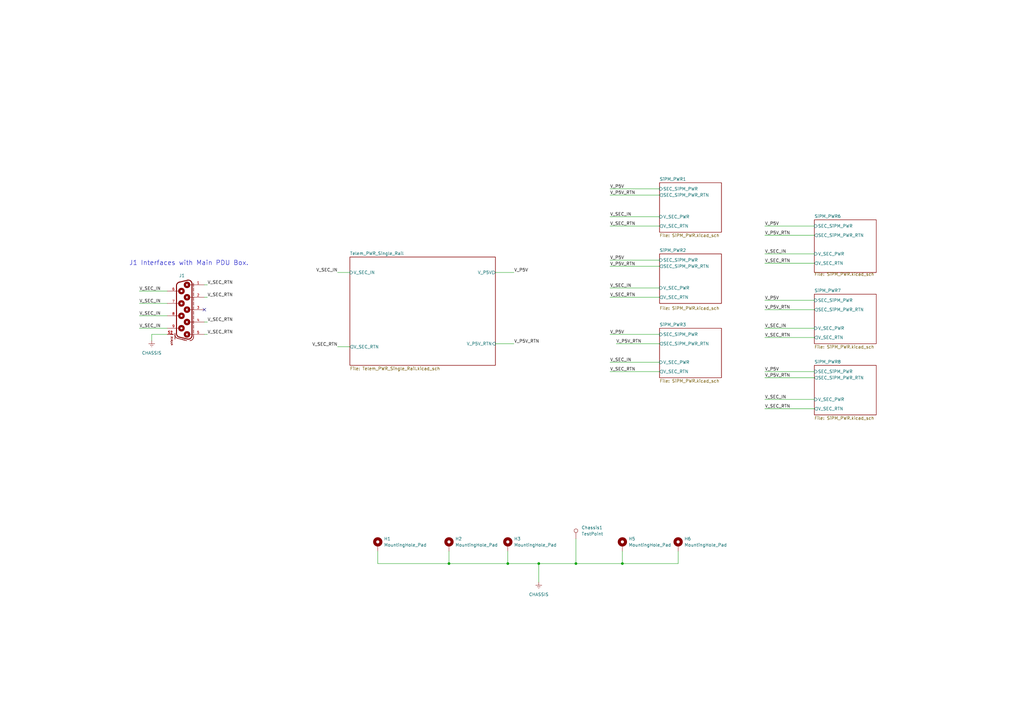
<source format=kicad_sch>
(kicad_sch
	(version 20250114)
	(generator "eeschema")
	(generator_version "9.0")
	(uuid "f2c49594-1e47-411f-9b00-fc1877130d98")
	(paper "A3")
	(lib_symbols
		(symbol "Connector:TestPoint"
			(pin_numbers
				(hide yes)
			)
			(pin_names
				(offset 0.762)
				(hide yes)
			)
			(exclude_from_sim no)
			(in_bom yes)
			(on_board yes)
			(property "Reference" "TP"
				(at 0 6.858 0)
				(effects
					(font
						(size 1.27 1.27)
					)
				)
			)
			(property "Value" "TestPoint"
				(at 0 5.08 0)
				(effects
					(font
						(size 1.27 1.27)
					)
				)
			)
			(property "Footprint" ""
				(at 5.08 0 0)
				(effects
					(font
						(size 1.27 1.27)
					)
					(hide yes)
				)
			)
			(property "Datasheet" "~"
				(at 5.08 0 0)
				(effects
					(font
						(size 1.27 1.27)
					)
					(hide yes)
				)
			)
			(property "Description" "test point"
				(at 0 0 0)
				(effects
					(font
						(size 1.27 1.27)
					)
					(hide yes)
				)
			)
			(property "ki_keywords" "test point tp"
				(at 0 0 0)
				(effects
					(font
						(size 1.27 1.27)
					)
					(hide yes)
				)
			)
			(property "ki_fp_filters" "Pin* Test*"
				(at 0 0 0)
				(effects
					(font
						(size 1.27 1.27)
					)
					(hide yes)
				)
			)
			(symbol "TestPoint_0_1"
				(circle
					(center 0 3.302)
					(radius 0.762)
					(stroke
						(width 0)
						(type default)
					)
					(fill
						(type none)
					)
				)
			)
			(symbol "TestPoint_1_1"
				(pin passive line
					(at 0 0 90)
					(length 2.54)
					(name "1"
						(effects
							(font
								(size 1.27 1.27)
							)
						)
					)
					(number "1"
						(effects
							(font
								(size 1.27 1.27)
							)
						)
					)
				)
			)
			(embedded_fonts no)
		)
		(symbol "Mechanical:MountingHole_Pad"
			(pin_numbers
				(hide yes)
			)
			(pin_names
				(offset 1.016)
				(hide yes)
			)
			(exclude_from_sim yes)
			(in_bom no)
			(on_board yes)
			(property "Reference" "H"
				(at 0 6.35 0)
				(effects
					(font
						(size 1.27 1.27)
					)
				)
			)
			(property "Value" "MountingHole_Pad"
				(at 0 4.445 0)
				(effects
					(font
						(size 1.27 1.27)
					)
				)
			)
			(property "Footprint" ""
				(at 0 0 0)
				(effects
					(font
						(size 1.27 1.27)
					)
					(hide yes)
				)
			)
			(property "Datasheet" "~"
				(at 0 0 0)
				(effects
					(font
						(size 1.27 1.27)
					)
					(hide yes)
				)
			)
			(property "Description" "Mounting Hole with connection"
				(at 0 0 0)
				(effects
					(font
						(size 1.27 1.27)
					)
					(hide yes)
				)
			)
			(property "ki_keywords" "mounting hole"
				(at 0 0 0)
				(effects
					(font
						(size 1.27 1.27)
					)
					(hide yes)
				)
			)
			(property "ki_fp_filters" "MountingHole*Pad*"
				(at 0 0 0)
				(effects
					(font
						(size 1.27 1.27)
					)
					(hide yes)
				)
			)
			(symbol "MountingHole_Pad_0_1"
				(circle
					(center 0 1.27)
					(radius 1.27)
					(stroke
						(width 1.27)
						(type default)
					)
					(fill
						(type none)
					)
				)
			)
			(symbol "MountingHole_Pad_1_1"
				(pin input line
					(at 0 -2.54 90)
					(length 2.54)
					(name "1"
						(effects
							(font
								(size 1.27 1.27)
							)
						)
					)
					(number "1"
						(effects
							(font
								(size 1.27 1.27)
							)
						)
					)
				)
			)
			(embedded_fonts no)
		)
		(symbol "Wurth_Elektronik:6180XX231221_618009231221"
			(pin_names
				(offset 1.016)
			)
			(exclude_from_sim no)
			(in_bom yes)
			(on_board yes)
			(property "Reference" "J"
				(at 13.78 1.66 0)
				(effects
					(font
						(size 1.27 1.27)
					)
					(justify left bottom)
				)
			)
			(property "Value" "618009231221"
				(at 0 0 0)
				(effects
					(font
						(size 1.27 1.27)
					)
					(justify bottom)
					(hide yes)
				)
			)
			(property "Footprint" "Wurth_Elektronik:618009231221"
				(at 0 0 0)
				(effects
					(font
						(size 1.27 1.27)
					)
					(justify bottom)
					(hide yes)
				)
			)
			(property "Datasheet" "https://www.we-online.com/components/products/datasheet/618009231221.pdf"
				(at 0 0 0)
				(effects
					(font
						(size 1.27 1.27)
					)
					(hide yes)
				)
			)
			(property "Description" "9 Position D-Sub Receptale, Female Sockets Connector"
				(at 0 0 0)
				(effects
					(font
						(size 1.27 1.27)
					)
					(hide yes)
				)
			)
			(property "Manufacturer" "Wurth Electronics"
				(at 0 0 0)
				(effects
					(font
						(size 1.27 1.27)
					)
					(justify bottom)
					(hide yes)
				)
			)
			(property "Description_1" "09 pins, right angled, 8.08mm, with hex screw"
				(at 0 0 0)
				(effects
					(font
						(size 1.27 1.27)
					)
					(justify bottom)
					(hide yes)
				)
			)
			(property "Package" "None"
				(at 0 0 0)
				(effects
					(font
						(size 1.27 1.27)
					)
					(justify bottom)
					(hide yes)
				)
			)
			(property "Purchase-URL" "https://www.snapeda.com/api/url_track_click_mouser/?unipart_id=604355&manufacturer=Wurth Electronics&part_name=618009231221&search_term=618009231221"
				(at 0 0 0)
				(effects
					(font
						(size 1.27 1.27)
					)
					(justify bottom)
					(hide yes)
				)
			)
			(property "GENDER" "Male"
				(at 0 0 0)
				(effects
					(font
						(size 1.27 1.27)
					)
					(justify bottom)
					(hide yes)
				)
			)
			(property "Price" "None"
				(at 0 0 0)
				(effects
					(font
						(size 1.27 1.27)
					)
					(justify bottom)
					(hide yes)
				)
			)
			(property "PART-NUMBER" "618009231221"
				(at 0 0 0)
				(effects
					(font
						(size 1.27 1.27)
					)
					(justify bottom)
					(hide yes)
				)
			)
			(property "SnapEDA_Link" "https://www.snapeda.com/parts/618009231221/Wurth+Electronics/view-part/?ref=snap"
				(at 0 0 0)
				(effects
					(font
						(size 1.27 1.27)
					)
					(justify bottom)
					(hide yes)
				)
			)
			(property "DATASHEET-URL" "https://www.we-online.com/redexpert/spec/618009231221?ae"
				(at 0 0 0)
				(effects
					(font
						(size 1.27 1.27)
					)
					(justify bottom)
					(hide yes)
				)
			)
			(property "Man. Part Num" "618009231221"
				(at 0 0 0)
				(effects
					(font
						(size 1.27 1.27)
					)
					(justify bottom)
					(hide yes)
				)
			)
			(property "WORKING-VOLTAGE" "125 V(AC)"
				(at 0 0 0)
				(effects
					(font
						(size 1.27 1.27)
					)
					(justify bottom)
					(hide yes)
				)
			)
			(property "PINS" "9"
				(at 0 0 0)
				(effects
					(font
						(size 1.27 1.27)
					)
					(justify bottom)
					(hide yes)
				)
			)
			(property "WE-NUMBER" "618009231221"
				(at 0 0 0)
				(effects
					(font
						(size 1.27 1.27)
					)
					(justify bottom)
					(hide yes)
				)
			)
			(property "TYPE" "Angled"
				(at 0 0 0)
				(effects
					(font
						(size 1.27 1.27)
					)
					(justify bottom)
					(hide yes)
				)
			)
			(property "Availability" "In Stock"
				(at 0 0 0)
				(effects
					(font
						(size 1.27 1.27)
					)
					(justify bottom)
					(hide yes)
				)
			)
			(property "Check_prices" "https://www.snapeda.com/parts/618009231221/Wurth+Electronics/view-part/?ref=eda"
				(at 0 0 0)
				(effects
					(font
						(size 1.27 1.27)
					)
					(justify bottom)
					(hide yes)
				)
			)
			(property "Distributor" "Digi-Key"
				(at 0 0 0)
				(effects
					(font
						(size 1.27 1.27)
					)
					(hide yes)
				)
			)
			(property "Dist. Part Num" "732-618009231221-ND"
				(at 0 0 0)
				(effects
					(font
						(size 1.27 1.27)
					)
					(hide yes)
				)
			)
			(property "Part Type" "Through Hole"
				(at 0 0 0)
				(effects
					(font
						(size 1.27 1.27)
					)
					(hide yes)
				)
			)
			(property "Notes" ""
				(at 0 0 0)
				(effects
					(font
						(size 1.27 1.27)
					)
					(hide yes)
				)
			)
			(symbol "6180XX231221_618009231221_0_0"
				(polyline
					(pts
						(xy -11.2729 -2.6548) (xy -12.0642 0.6952)
					)
					(stroke
						(width 0.4064)
						(type default)
					)
					(fill
						(type none)
					)
				)
				(polyline
					(pts
						(xy -10.795 3.175) (xy -9.4305 3.175)
					)
					(stroke
						(width 0.254)
						(type default)
					)
					(fill
						(type none)
					)
				)
				(polyline
					(pts
						(xy -10.6044 2.54) (xy 10.6044 2.54)
					)
					(stroke
						(width 0.4064)
						(type default)
					)
					(fill
						(type none)
					)
				)
				(arc
					(start -12.0642 0.6952)
					(mid -11.7806 1.9708)
					(end -10.6044 2.54)
					(stroke
						(width 0.4064)
						(type default)
					)
					(fill
						(type none)
					)
				)
				(polyline
					(pts
						(xy -10.16 2.58) (xy -10.16 0.4)
					)
					(stroke
						(width 0.1524)
						(type default)
					)
					(fill
						(type none)
					)
				)
				(circle
					(center -10.16 0.508)
					(radius 0.4318)
					(stroke
						(width 0.9144)
						(type default)
					)
					(fill
						(type none)
					)
				)
				(circle
					(center -10.16 0.508)
					(radius 0.762)
					(stroke
						(width 0.254)
						(type default)
					)
					(fill
						(type none)
					)
				)
				(arc
					(start -9.8131 -3.81)
					(mid -10.7439 -3.4862)
					(end -11.2729 -2.6548)
					(stroke
						(width 0.4064)
						(type default)
					)
					(fill
						(type none)
					)
				)
				(polyline
					(pts
						(xy -8.89 3.175) (xy -7.5255 3.175)
					)
					(stroke
						(width 0.254)
						(type default)
					)
					(fill
						(type none)
					)
				)
				(circle
					(center -7.62 -1.778)
					(radius 0.4318)
					(stroke
						(width 0.9144)
						(type default)
					)
					(fill
						(type none)
					)
				)
				(circle
					(center -7.62 -1.778)
					(radius 0.762)
					(stroke
						(width 0.254)
						(type default)
					)
					(fill
						(type none)
					)
				)
				(polyline
					(pts
						(xy -6.985 3.175) (xy -5.6205 3.175)
					)
					(stroke
						(width 0.254)
						(type default)
					)
					(fill
						(type none)
					)
				)
				(polyline
					(pts
						(xy -5.08 3.175) (xy -3.7155 3.175)
					)
					(stroke
						(width 0.254)
						(type default)
					)
					(fill
						(type none)
					)
				)
				(polyline
					(pts
						(xy -5.08 2.58) (xy -5.08 0.4)
					)
					(stroke
						(width 0.1524)
						(type default)
					)
					(fill
						(type none)
					)
				)
				(circle
					(center -5.08 0.508)
					(radius 0.4318)
					(stroke
						(width 0.9144)
						(type default)
					)
					(fill
						(type none)
					)
				)
				(circle
					(center -5.08 0.508)
					(radius 0.762)
					(stroke
						(width 0.254)
						(type default)
					)
					(fill
						(type none)
					)
				)
				(polyline
					(pts
						(xy -3.175 3.175) (xy -1.8105 3.175)
					)
					(stroke
						(width 0.254)
						(type default)
					)
					(fill
						(type none)
					)
				)
				(circle
					(center -2.54 -1.778)
					(radius 0.4318)
					(stroke
						(width 0.9144)
						(type default)
					)
					(fill
						(type none)
					)
				)
				(circle
					(center -2.54 -1.778)
					(radius 0.762)
					(stroke
						(width 0.254)
						(type default)
					)
					(fill
						(type none)
					)
				)
				(polyline
					(pts
						(xy -1.27 3.175) (xy 0.0945 3.175)
					)
					(stroke
						(width 0.254)
						(type default)
					)
					(fill
						(type none)
					)
				)
				(polyline
					(pts
						(xy 0 2.58) (xy 0 0.4)
					)
					(stroke
						(width 0.1524)
						(type default)
					)
					(fill
						(type none)
					)
				)
				(circle
					(center 0 0.508)
					(radius 0.4318)
					(stroke
						(width 0.9144)
						(type default)
					)
					(fill
						(type none)
					)
				)
				(circle
					(center 0 0.508)
					(radius 0.762)
					(stroke
						(width 0.254)
						(type default)
					)
					(fill
						(type none)
					)
				)
				(polyline
					(pts
						(xy 0.635 3.175) (xy 1.9996 3.175)
					)
					(stroke
						(width 0.254)
						(type default)
					)
					(fill
						(type none)
					)
				)
				(polyline
					(pts
						(xy 2.54 3.175) (xy 3.9046 3.175)
					)
					(stroke
						(width 0.254)
						(type default)
					)
					(fill
						(type none)
					)
				)
				(circle
					(center 2.54 -1.778)
					(radius 0.4318)
					(stroke
						(width 0.9144)
						(type default)
					)
					(fill
						(type none)
					)
				)
				(circle
					(center 2.54 -1.778)
					(radius 0.762)
					(stroke
						(width 0.254)
						(type default)
					)
					(fill
						(type none)
					)
				)
				(polyline
					(pts
						(xy 4.445 3.175) (xy 5.8096 3.175)
					)
					(stroke
						(width 0.254)
						(type default)
					)
					(fill
						(type none)
					)
				)
				(polyline
					(pts
						(xy 5.08 2.58) (xy 5.08 0.4)
					)
					(stroke
						(width 0.1524)
						(type default)
					)
					(fill
						(type none)
					)
				)
				(circle
					(center 5.08 0.508)
					(radius 0.4318)
					(stroke
						(width 0.9144)
						(type default)
					)
					(fill
						(type none)
					)
				)
				(circle
					(center 5.08 0.508)
					(radius 0.762)
					(stroke
						(width 0.254)
						(type default)
					)
					(fill
						(type none)
					)
				)
				(polyline
					(pts
						(xy 6.35 3.175) (xy 7.7146 3.175)
					)
					(stroke
						(width 0.254)
						(type default)
					)
					(fill
						(type none)
					)
				)
				(circle
					(center 7.62 -1.778)
					(radius 0.4318)
					(stroke
						(width 0.9144)
						(type default)
					)
					(fill
						(type none)
					)
				)
				(circle
					(center 7.62 -1.778)
					(radius 0.762)
					(stroke
						(width 0.254)
						(type default)
					)
					(fill
						(type none)
					)
				)
				(polyline
					(pts
						(xy 8.255 3.175) (xy 9.6196 3.175)
					)
					(stroke
						(width 0.254)
						(type default)
					)
					(fill
						(type none)
					)
				)
				(arc
					(start 11.2729 -2.6548)
					(mid 10.7439 -3.4863)
					(end 9.8131 -3.81)
					(stroke
						(width 0.4064)
						(type default)
					)
					(fill
						(type none)
					)
				)
				(polyline
					(pts
						(xy 9.8131 -3.81) (xy -9.8131 -3.81)
					)
					(stroke
						(width 0.4064)
						(type default)
					)
					(fill
						(type none)
					)
				)
				(polyline
					(pts
						(xy 10.16 3.175) (xy 11.2 3.175)
					)
					(stroke
						(width 0.254)
						(type default)
					)
					(fill
						(type none)
					)
				)
				(polyline
					(pts
						(xy 10.16 2.58) (xy 10.16 0.4)
					)
					(stroke
						(width 0.1524)
						(type default)
					)
					(fill
						(type none)
					)
				)
				(circle
					(center 10.16 0.508)
					(radius 0.4318)
					(stroke
						(width 0.9144)
						(type default)
					)
					(fill
						(type none)
					)
				)
				(circle
					(center 10.16 0.508)
					(radius 0.762)
					(stroke
						(width 0.254)
						(type default)
					)
					(fill
						(type none)
					)
				)
				(polyline
					(pts
						(xy 10.16 -4.445) (xy 10.16 -4.445)
					)
					(stroke
						(width 0.254)
						(type default)
					)
					(fill
						(type none)
					)
				)
				(polyline
					(pts
						(xy 10.16 -6.35) (xy 10.16 -5.08)
					)
					(stroke
						(width 0.254)
						(type default)
					)
					(fill
						(type none)
					)
				)
				(polyline
					(pts
						(xy 10.2 -4.44) (xy 9.6938 -4.44)
					)
					(stroke
						(width 0.254)
						(type default)
					)
					(fill
						(type none)
					)
				)
				(arc
					(start 11.7841 -3.3038)
					(mid 11.2519 -4.1219)
					(end 10.3288 -4.44)
					(stroke
						(width 0.254)
						(type default)
					)
					(fill
						(type none)
					)
				)
				(arc
					(start 10.6044 2.54)
					(mid 11.7804 1.9707)
					(end 12.0642 0.6952)
					(stroke
						(width 0.4064)
						(type default)
					)
					(fill
						(type none)
					)
				)
				(arc
					(start 11.2 3.175)
					(mid 12.2607 2.7357)
					(end 12.7 1.675)
					(stroke
						(width 0.254)
						(type default)
					)
					(fill
						(type none)
					)
				)
				(polyline
					(pts
						(xy 11.7841 -3.3038) (xy 12.546 -0.256)
					)
					(stroke
						(width 0.254)
						(type default)
					)
					(fill
						(type none)
					)
				)
				(polyline
					(pts
						(xy 12.0642 0.6952) (xy 11.2729 -2.6548)
					)
					(stroke
						(width 0.4064)
						(type default)
					)
					(fill
						(type none)
					)
				)
				(polyline
					(pts
						(xy 12.105 -4.44) (xy 10.3288 -4.44)
					)
					(stroke
						(width 0.254)
						(type default)
					)
					(fill
						(type none)
					)
				)
				(polyline
					(pts
						(xy 12.2461 -1.4557) (xy 12.7 0.36)
					)
					(stroke
						(width 0.254)
						(type default)
					)
					(fill
						(type none)
					)
				)
				(text "shield"
					(at 10.9 -5.32 0)
					(effects
						(font
							(size 0.8128 0.8128)
						)
						(justify left bottom)
					)
				)
				(pin bidirectional line
					(at -10.16 7.62 270)
					(length 5.08)
					(name "~"
						(effects
							(font
								(size 1.016 1.016)
							)
						)
					)
					(number "1"
						(effects
							(font
								(size 1.016 1.016)
							)
						)
					)
				)
				(pin bidirectional line
					(at -7.62 -7.62 90)
					(length 5.08)
					(name "~"
						(effects
							(font
								(size 1.016 1.016)
							)
						)
					)
					(number "6"
						(effects
							(font
								(size 1.016 1.016)
							)
						)
					)
				)
				(pin bidirectional line
					(at -5.08 7.62 270)
					(length 5.08)
					(name "~"
						(effects
							(font
								(size 1.016 1.016)
							)
						)
					)
					(number "2"
						(effects
							(font
								(size 1.016 1.016)
							)
						)
					)
				)
				(pin bidirectional line
					(at -2.54 -7.62 90)
					(length 5.08)
					(name "~"
						(effects
							(font
								(size 1.016 1.016)
							)
						)
					)
					(number "7"
						(effects
							(font
								(size 1.016 1.016)
							)
						)
					)
				)
				(pin bidirectional line
					(at 0 7.62 270)
					(length 5.08)
					(name "~"
						(effects
							(font
								(size 1.016 1.016)
							)
						)
					)
					(number "3"
						(effects
							(font
								(size 1.016 1.016)
							)
						)
					)
				)
				(pin bidirectional line
					(at 2.54 -7.62 90)
					(length 5.08)
					(name "~"
						(effects
							(font
								(size 1.016 1.016)
							)
						)
					)
					(number "8"
						(effects
							(font
								(size 1.016 1.016)
							)
						)
					)
				)
				(pin bidirectional line
					(at 5.08 7.62 270)
					(length 5.08)
					(name "~"
						(effects
							(font
								(size 1.016 1.016)
							)
						)
					)
					(number "4"
						(effects
							(font
								(size 1.016 1.016)
							)
						)
					)
				)
				(pin bidirectional line
					(at 7.62 -7.62 90)
					(length 5.08)
					(name "~"
						(effects
							(font
								(size 1.016 1.016)
							)
						)
					)
					(number "9"
						(effects
							(font
								(size 1.016 1.016)
							)
						)
					)
				)
				(pin bidirectional line
					(at 10.16 7.62 270)
					(length 5.08)
					(name "~"
						(effects
							(font
								(size 1.016 1.016)
							)
						)
					)
					(number "5"
						(effects
							(font
								(size 1.016 1.016)
							)
						)
					)
				)
				(pin bidirectional line
					(at 10.16 -7.62 90)
					(length 2.54)
					(name "~"
						(effects
							(font
								(size 1.016 1.016)
							)
						)
					)
					(number "S1"
						(effects
							(font
								(size 1.016 1.016)
							)
						)
					)
				)
				(pin bidirectional line
					(at 10.16 -7.62 90)
					(length 2.54)
					(name "~"
						(effects
							(font
								(size 1.016 1.016)
							)
						)
					)
					(number "S2"
						(effects
							(font
								(size 1.016 1.016)
							)
						)
					)
				)
			)
			(embedded_fonts no)
		)
		(symbol "power:Earth"
			(power)
			(pin_numbers
				(hide yes)
			)
			(pin_names
				(offset 0)
				(hide yes)
			)
			(exclude_from_sim no)
			(in_bom yes)
			(on_board yes)
			(property "Reference" "#PWR"
				(at 0 -6.35 0)
				(effects
					(font
						(size 1.27 1.27)
					)
					(hide yes)
				)
			)
			(property "Value" "Earth"
				(at 0 -3.81 0)
				(effects
					(font
						(size 1.27 1.27)
					)
				)
			)
			(property "Footprint" ""
				(at 0 0 0)
				(effects
					(font
						(size 1.27 1.27)
					)
					(hide yes)
				)
			)
			(property "Datasheet" "~"
				(at 0 0 0)
				(effects
					(font
						(size 1.27 1.27)
					)
					(hide yes)
				)
			)
			(property "Description" "Power symbol creates a global label with name \"Earth\""
				(at 0 0 0)
				(effects
					(font
						(size 1.27 1.27)
					)
					(hide yes)
				)
			)
			(property "ki_keywords" "global ground gnd"
				(at 0 0 0)
				(effects
					(font
						(size 1.27 1.27)
					)
					(hide yes)
				)
			)
			(symbol "Earth_0_1"
				(polyline
					(pts
						(xy -0.635 -1.905) (xy 0.635 -1.905)
					)
					(stroke
						(width 0)
						(type default)
					)
					(fill
						(type none)
					)
				)
				(polyline
					(pts
						(xy -0.127 -2.54) (xy 0.127 -2.54)
					)
					(stroke
						(width 0)
						(type default)
					)
					(fill
						(type none)
					)
				)
				(polyline
					(pts
						(xy 0 -1.27) (xy 0 0)
					)
					(stroke
						(width 0)
						(type default)
					)
					(fill
						(type none)
					)
				)
				(polyline
					(pts
						(xy 1.27 -1.27) (xy -1.27 -1.27)
					)
					(stroke
						(width 0)
						(type default)
					)
					(fill
						(type none)
					)
				)
			)
			(symbol "Earth_1_1"
				(pin power_in line
					(at 0 0 270)
					(length 0)
					(name "~"
						(effects
							(font
								(size 1.27 1.27)
							)
						)
					)
					(number "1"
						(effects
							(font
								(size 1.27 1.27)
							)
						)
					)
				)
			)
			(embedded_fonts no)
		)
	)
	(text "J1 Interfaces with Main PDU Box."
		(exclude_from_sim no)
		(at 77.47 107.95 0)
		(effects
			(font
				(size 1.905 1.905)
			)
		)
		(uuid "a665198a-87e3-4013-a885-c7cb4d938800")
	)
	(junction
		(at 236.22 231.14)
		(diameter 0)
		(color 0 0 0 0)
		(uuid "0d7bc46b-47a5-40ad-bc0c-f6f040ef35a7")
	)
	(junction
		(at 220.98 231.14)
		(diameter 0)
		(color 0 0 0 0)
		(uuid "1e0897e6-75cd-4c5c-91ee-6a3a46fc89bb")
	)
	(junction
		(at 255.27 231.14)
		(diameter 0)
		(color 0 0 0 0)
		(uuid "28b9c0df-23bc-4f72-a65e-26a2a0bf8fa7")
	)
	(junction
		(at 184.15 231.14)
		(diameter 0)
		(color 0 0 0 0)
		(uuid "3af17922-9233-46a4-a3c4-58dda12bd0de")
	)
	(junction
		(at 208.28 231.14)
		(diameter 0)
		(color 0 0 0 0)
		(uuid "da247320-36fa-499b-a2f2-b6072e13e306")
	)
	(no_connect
		(at 83.82 127)
		(uuid "9e0dc0b6-0426-489a-8c5f-b06c1cb328ad")
	)
	(wire
		(pts
			(xy 255.27 226.06) (xy 255.27 231.14)
		)
		(stroke
			(width 0)
			(type default)
		)
		(uuid "08ef14ab-a740-42b5-bfce-0787cb9b0b70")
	)
	(wire
		(pts
			(xy 250.19 80.01) (xy 270.51 80.01)
		)
		(stroke
			(width 0)
			(type default)
		)
		(uuid "1171a2fb-113c-4639-8869-42b719b76acd")
	)
	(wire
		(pts
			(xy 250.19 106.68) (xy 270.51 106.68)
		)
		(stroke
			(width 0)
			(type default)
		)
		(uuid "1b1566b6-da3d-46a1-81c8-180156d3116f")
	)
	(wire
		(pts
			(xy 184.15 226.06) (xy 184.15 231.14)
		)
		(stroke
			(width 0)
			(type default)
		)
		(uuid "1d59c888-d25f-4bae-aa82-05c7783d3308")
	)
	(wire
		(pts
			(xy 250.19 118.11) (xy 270.51 118.11)
		)
		(stroke
			(width 0)
			(type default)
		)
		(uuid "2336d2da-0cb4-457e-b46a-9516913f7989")
	)
	(wire
		(pts
			(xy 313.69 104.14) (xy 334.01 104.14)
		)
		(stroke
			(width 0)
			(type default)
		)
		(uuid "24fefc99-bdcf-431f-97d7-6e554f6b659e")
	)
	(wire
		(pts
			(xy 313.69 92.71) (xy 334.01 92.71)
		)
		(stroke
			(width 0)
			(type default)
		)
		(uuid "3469fcc8-d2f8-4181-969f-5211d371b8ca")
	)
	(wire
		(pts
			(xy 313.69 96.52) (xy 334.01 96.52)
		)
		(stroke
			(width 0)
			(type default)
		)
		(uuid "41c8e9b3-5a37-44c2-97a1-ddd1329e9d3d")
	)
	(wire
		(pts
			(xy 220.98 231.14) (xy 236.22 231.14)
		)
		(stroke
			(width 0)
			(type default)
		)
		(uuid "424d96f4-ee27-4a76-98cd-925d76fd03ab")
	)
	(wire
		(pts
			(xy 83.82 121.92) (xy 85.09 121.92)
		)
		(stroke
			(width 0)
			(type default)
		)
		(uuid "458d12dc-38bb-40b9-aaac-a1d50c17870c")
	)
	(wire
		(pts
			(xy 278.13 231.14) (xy 255.27 231.14)
		)
		(stroke
			(width 0)
			(type default)
		)
		(uuid "49bc454a-5e9a-4a48-9b5b-b9c7068d4d73")
	)
	(wire
		(pts
			(xy 313.69 167.64) (xy 334.01 167.64)
		)
		(stroke
			(width 0)
			(type default)
		)
		(uuid "4a49f055-cdca-4b08-a8e0-99079f38f114")
	)
	(wire
		(pts
			(xy 250.19 121.92) (xy 270.51 121.92)
		)
		(stroke
			(width 0)
			(type default)
		)
		(uuid "5118e220-616c-454c-a178-ba08eb9043a0")
	)
	(wire
		(pts
			(xy 68.58 137.16) (xy 62.23 137.16)
		)
		(stroke
			(width 0)
			(type default)
		)
		(uuid "58f33612-1b24-4dac-9bf8-7b9dc806ef31")
	)
	(wire
		(pts
			(xy 313.69 127) (xy 334.01 127)
		)
		(stroke
			(width 0)
			(type default)
		)
		(uuid "591b23b8-1f3d-420e-a328-98da43846634")
	)
	(wire
		(pts
			(xy 203.2 140.97) (xy 210.82 140.97)
		)
		(stroke
			(width 0)
			(type default)
		)
		(uuid "5a592035-d65d-44be-a20c-bddfb04ff006")
	)
	(wire
		(pts
			(xy 313.69 134.62) (xy 334.01 134.62)
		)
		(stroke
			(width 0)
			(type default)
		)
		(uuid "68e0029f-bc53-495b-938b-ccd89be9b7f2")
	)
	(wire
		(pts
			(xy 313.69 138.43) (xy 334.01 138.43)
		)
		(stroke
			(width 0)
			(type default)
		)
		(uuid "699f6f3d-926b-45e9-9e89-1de0095dd661")
	)
	(wire
		(pts
			(xy 313.69 163.83) (xy 334.01 163.83)
		)
		(stroke
			(width 0)
			(type default)
		)
		(uuid "74f7b62a-8825-4ae0-8d08-6c9c43950446")
	)
	(wire
		(pts
			(xy 83.82 137.16) (xy 85.09 137.16)
		)
		(stroke
			(width 0)
			(type default)
		)
		(uuid "7753fd5f-49f9-431d-a0c6-7c1a19a2342a")
	)
	(wire
		(pts
			(xy 57.15 124.46) (xy 68.58 124.46)
		)
		(stroke
			(width 0)
			(type default)
		)
		(uuid "781d84b1-8057-4dfe-b7ff-f2243225dfba")
	)
	(wire
		(pts
			(xy 208.28 226.06) (xy 208.28 231.14)
		)
		(stroke
			(width 0)
			(type default)
		)
		(uuid "7e7b652d-b629-4f93-b58f-debe7ec3c556")
	)
	(wire
		(pts
			(xy 57.15 119.38) (xy 68.58 119.38)
		)
		(stroke
			(width 0)
			(type default)
		)
		(uuid "804f5220-145a-4b0c-9cab-6a589d63655c")
	)
	(wire
		(pts
			(xy 252.73 140.97) (xy 270.51 140.97)
		)
		(stroke
			(width 0)
			(type default)
		)
		(uuid "824f2b25-5adb-4af1-b731-02b5a4d0be06")
	)
	(wire
		(pts
			(xy 313.69 154.94) (xy 334.01 154.94)
		)
		(stroke
			(width 0)
			(type default)
		)
		(uuid "858113f3-33bf-4322-bfcb-4bb9625ee11f")
	)
	(wire
		(pts
			(xy 250.19 109.22) (xy 270.51 109.22)
		)
		(stroke
			(width 0)
			(type default)
		)
		(uuid "88852a04-a93e-4128-b3b0-78bd7bebd2fd")
	)
	(wire
		(pts
			(xy 138.43 111.76) (xy 143.51 111.76)
		)
		(stroke
			(width 0)
			(type default)
		)
		(uuid "8fe74576-a52b-4ad5-b051-5cba93e236d0")
	)
	(wire
		(pts
			(xy 313.69 152.4) (xy 334.01 152.4)
		)
		(stroke
			(width 0)
			(type default)
		)
		(uuid "a048acbf-f3a4-420d-bc09-58f6d7208db1")
	)
	(wire
		(pts
			(xy 313.69 123.19) (xy 334.01 123.19)
		)
		(stroke
			(width 0)
			(type default)
		)
		(uuid "a0e5ca14-5d50-4bfa-b9ae-bd6e52882e9e")
	)
	(wire
		(pts
			(xy 138.43 142.24) (xy 143.51 142.24)
		)
		(stroke
			(width 0)
			(type default)
		)
		(uuid "a2cb3a14-6738-423f-88bf-3223a59b9e55")
	)
	(wire
		(pts
			(xy 83.82 116.84) (xy 85.09 116.84)
		)
		(stroke
			(width 0)
			(type default)
		)
		(uuid "a63f3764-9e8a-45d4-9256-bde9a1accd50")
	)
	(wire
		(pts
			(xy 184.15 231.14) (xy 154.94 231.14)
		)
		(stroke
			(width 0)
			(type default)
		)
		(uuid "a7ad891c-c8de-4c4e-95b1-03ee968ffbdb")
	)
	(wire
		(pts
			(xy 220.98 231.14) (xy 220.98 238.76)
		)
		(stroke
			(width 0)
			(type default)
		)
		(uuid "ab8ff203-2696-4962-aa10-7e68a65defb7")
	)
	(wire
		(pts
			(xy 57.15 129.54) (xy 68.58 129.54)
		)
		(stroke
			(width 0)
			(type default)
		)
		(uuid "b8a0191c-df8a-42c5-9533-6fcb60d2220a")
	)
	(wire
		(pts
			(xy 62.23 137.16) (xy 62.23 139.7)
		)
		(stroke
			(width 0)
			(type default)
		)
		(uuid "bdd97f2b-f714-488b-ab29-4a14d9dbd875")
	)
	(wire
		(pts
			(xy 236.22 231.14) (xy 255.27 231.14)
		)
		(stroke
			(width 0)
			(type default)
		)
		(uuid "bef1e86e-9789-4765-9d2f-93d26f379911")
	)
	(wire
		(pts
			(xy 278.13 226.06) (xy 278.13 231.14)
		)
		(stroke
			(width 0)
			(type default)
		)
		(uuid "c1b90c68-eb23-453d-8f28-9d764fd68e93")
	)
	(wire
		(pts
			(xy 208.28 231.14) (xy 184.15 231.14)
		)
		(stroke
			(width 0)
			(type default)
		)
		(uuid "c49db05d-a43c-4abe-aafd-768262f43e59")
	)
	(wire
		(pts
			(xy 203.2 111.76) (xy 210.82 111.76)
		)
		(stroke
			(width 0)
			(type default)
		)
		(uuid "cb359113-1b48-47f2-948f-bb2f8bea5917")
	)
	(wire
		(pts
			(xy 250.19 152.4) (xy 270.51 152.4)
		)
		(stroke
			(width 0)
			(type default)
		)
		(uuid "cbb3c6c6-2e18-4733-b700-65d0c2731ea2")
	)
	(wire
		(pts
			(xy 250.19 92.71) (xy 270.51 92.71)
		)
		(stroke
			(width 0)
			(type default)
		)
		(uuid "d179bb95-74cf-4dfc-a06c-914b6c03de08")
	)
	(wire
		(pts
			(xy 250.19 77.47) (xy 270.51 77.47)
		)
		(stroke
			(width 0)
			(type default)
		)
		(uuid "d33b43eb-fb14-4025-99e2-bae0c035cec0")
	)
	(wire
		(pts
			(xy 57.15 134.62) (xy 68.58 134.62)
		)
		(stroke
			(width 0)
			(type default)
		)
		(uuid "d430c5bc-5db9-4179-88ab-d690b8620387")
	)
	(wire
		(pts
			(xy 236.22 220.98) (xy 236.22 231.14)
		)
		(stroke
			(width 0)
			(type default)
		)
		(uuid "d7806ae9-8df1-4166-ae3c-e5205995b906")
	)
	(wire
		(pts
			(xy 83.82 132.08) (xy 85.09 132.08)
		)
		(stroke
			(width 0)
			(type default)
		)
		(uuid "dd76966b-7078-4ac2-b44a-d0c4d70f9f16")
	)
	(wire
		(pts
			(xy 250.19 148.59) (xy 270.51 148.59)
		)
		(stroke
			(width 0)
			(type default)
		)
		(uuid "e097b477-c1ee-4cdd-aa3f-0d8f8759e640")
	)
	(wire
		(pts
			(xy 250.19 88.9) (xy 270.51 88.9)
		)
		(stroke
			(width 0)
			(type default)
		)
		(uuid "e22b4225-f532-46fc-80e6-34e7d1f450fd")
	)
	(wire
		(pts
			(xy 220.98 231.14) (xy 208.28 231.14)
		)
		(stroke
			(width 0)
			(type default)
		)
		(uuid "e62ec31c-054c-43b9-b6a3-d256d741273c")
	)
	(wire
		(pts
			(xy 154.94 231.14) (xy 154.94 226.06)
		)
		(stroke
			(width 0)
			(type default)
		)
		(uuid "e8327d02-4b7a-40f3-86f4-9e75f82d6633")
	)
	(wire
		(pts
			(xy 313.69 107.95) (xy 334.01 107.95)
		)
		(stroke
			(width 0)
			(type default)
		)
		(uuid "eec0f3e9-2c41-4dbe-8258-cd04c87213d9")
	)
	(wire
		(pts
			(xy 250.19 137.16) (xy 270.51 137.16)
		)
		(stroke
			(width 0)
			(type default)
		)
		(uuid "fa93d2ba-1157-4697-b42e-74d882c244af")
	)
	(label "V_P5V_RTN"
		(at 313.69 96.52 0)
		(effects
			(font
				(size 1.27 1.27)
			)
			(justify left bottom)
		)
		(uuid "027a854b-45ab-4848-849d-82e040b178e9")
	)
	(label "V_P5V"
		(at 250.19 137.16 0)
		(effects
			(font
				(size 1.27 1.27)
			)
			(justify left bottom)
		)
		(uuid "041e8275-3985-4017-b00e-539ff9e4fbc5")
	)
	(label "V_P5V"
		(at 313.69 123.19 0)
		(effects
			(font
				(size 1.27 1.27)
			)
			(justify left bottom)
		)
		(uuid "0b99ba5c-bdfe-47ff-8757-8cc2ebf86ad0")
	)
	(label "V_SEC_RTN"
		(at 250.19 152.4 0)
		(effects
			(font
				(size 1.27 1.27)
			)
			(justify left bottom)
		)
		(uuid "0d1d00f6-46de-4429-a180-5f923fcb848f")
	)
	(label "V_SEC_IN"
		(at 57.15 134.62 0)
		(effects
			(font
				(size 1.27 1.27)
			)
			(justify left bottom)
		)
		(uuid "2674ac54-d6c5-4fab-a92a-6d71cbb25610")
	)
	(label "V_SEC_RTN"
		(at 85.09 137.16 0)
		(effects
			(font
				(size 1.27 1.27)
			)
			(justify left bottom)
		)
		(uuid "27f7ffc9-dee6-43f8-99ee-43d815d6a266")
	)
	(label "V_P5V"
		(at 210.82 111.76 0)
		(effects
			(font
				(size 1.27 1.27)
			)
			(justify left bottom)
		)
		(uuid "34d11d82-2011-4e4f-a51c-ecc6b4efb4b6")
	)
	(label "V_SEC_RTN"
		(at 85.09 132.08 0)
		(effects
			(font
				(size 1.27 1.27)
			)
			(justify left bottom)
		)
		(uuid "34d14efb-2362-450d-bdf5-58da87600238")
	)
	(label "V_SEC_RTN"
		(at 138.43 142.24 180)
		(effects
			(font
				(size 1.27 1.27)
			)
			(justify right bottom)
		)
		(uuid "3518e233-64ab-426e-a27b-046ca10d9ce5")
	)
	(label "V_P5V_RTN"
		(at 313.69 154.94 0)
		(effects
			(font
				(size 1.27 1.27)
			)
			(justify left bottom)
		)
		(uuid "357eee99-e5d2-4236-955c-bebef1a6351c")
	)
	(label "V_SEC_RTN"
		(at 313.69 107.95 0)
		(effects
			(font
				(size 1.27 1.27)
			)
			(justify left bottom)
		)
		(uuid "361d7d92-bbd9-4c61-afa0-788c18e0579e")
	)
	(label "V_SEC_RTN"
		(at 313.69 138.43 0)
		(effects
			(font
				(size 1.27 1.27)
			)
			(justify left bottom)
		)
		(uuid "4042ad50-35d7-4949-a907-0d5715cc36ec")
	)
	(label "V_SEC_RTN"
		(at 85.09 121.92 0)
		(effects
			(font
				(size 1.27 1.27)
			)
			(justify left bottom)
		)
		(uuid "4ee32c0c-2e7c-4adc-8fef-63a9a043a712")
	)
	(label "V_SEC_RTN"
		(at 313.69 167.64 0)
		(effects
			(font
				(size 1.27 1.27)
			)
			(justify left bottom)
		)
		(uuid "5e00f1cf-8093-4d4f-83b7-40961e43cf04")
	)
	(label "V_P5V"
		(at 313.69 92.71 0)
		(effects
			(font
				(size 1.27 1.27)
			)
			(justify left bottom)
		)
		(uuid "5ebc879d-6480-44f6-b78d-0949878d67cc")
	)
	(label "V_SEC_IN"
		(at 313.69 104.14 0)
		(effects
			(font
				(size 1.27 1.27)
			)
			(justify left bottom)
		)
		(uuid "60af1863-25db-4f1f-98f7-86a7b4ea5776")
	)
	(label "V_SEC_IN"
		(at 138.43 111.76 180)
		(effects
			(font
				(size 1.27 1.27)
			)
			(justify right bottom)
		)
		(uuid "6463f403-55f1-478e-8aa1-ea894733c8da")
	)
	(label "V_P5V_RTN"
		(at 250.19 80.01 0)
		(effects
			(font
				(size 1.27 1.27)
			)
			(justify left bottom)
		)
		(uuid "66ce5a1e-62ad-4258-b0bd-52847da22519")
	)
	(label "V_P5V_RTN"
		(at 210.82 140.97 0)
		(effects
			(font
				(size 1.27 1.27)
			)
			(justify left bottom)
		)
		(uuid "67b22652-a824-4b21-9cf9-8623a7d4ebbf")
	)
	(label "V_SEC_RTN"
		(at 85.09 116.84 0)
		(effects
			(font
				(size 1.27 1.27)
			)
			(justify left bottom)
		)
		(uuid "698f572f-dc77-42c8-a0f3-e3c00a498d7d")
	)
	(label "V_P5V"
		(at 250.19 106.68 0)
		(effects
			(font
				(size 1.27 1.27)
			)
			(justify left bottom)
		)
		(uuid "70a36d86-5abe-4472-8374-53af7235324f")
	)
	(label "V_P5V"
		(at 313.69 152.4 0)
		(effects
			(font
				(size 1.27 1.27)
			)
			(justify left bottom)
		)
		(uuid "7d68945c-3420-4381-b70d-af65fb1711ef")
	)
	(label "V_P5V_RTN"
		(at 313.69 127 0)
		(effects
			(font
				(size 1.27 1.27)
			)
			(justify left bottom)
		)
		(uuid "8b460f09-77ff-4c3f-9528-99003b6a778e")
	)
	(label "V_P5V"
		(at 250.19 77.47 0)
		(effects
			(font
				(size 1.27 1.27)
			)
			(justify left bottom)
		)
		(uuid "8d7ae63c-1be1-473c-b587-faf687c65e87")
	)
	(label "V_SEC_IN"
		(at 250.19 118.11 0)
		(effects
			(font
				(size 1.27 1.27)
			)
			(justify left bottom)
		)
		(uuid "8e2bb0f4-f325-4b5a-bcd9-cbdcc61b02b3")
	)
	(label "V_P5V_RTN"
		(at 250.19 109.22 0)
		(effects
			(font
				(size 1.27 1.27)
			)
			(justify left bottom)
		)
		(uuid "a3cbf717-9c44-4185-a50a-a5088942f9c9")
	)
	(label "V_SEC_IN"
		(at 313.69 163.83 0)
		(effects
			(font
				(size 1.27 1.27)
			)
			(justify left bottom)
		)
		(uuid "a4d377d6-e5ad-4ced-a104-7429e80c15f1")
	)
	(label "V_SEC_RTN"
		(at 250.19 121.92 0)
		(effects
			(font
				(size 1.27 1.27)
			)
			(justify left bottom)
		)
		(uuid "b24e33c1-51bd-44e6-8981-b33b9dd4499a")
	)
	(label "V_P5V_RTN"
		(at 252.73 140.97 0)
		(effects
			(font
				(size 1.27 1.27)
			)
			(justify left bottom)
		)
		(uuid "b7fb0cb9-6105-4582-93ca-426d43820068")
	)
	(label "V_SEC_IN"
		(at 250.19 148.59 0)
		(effects
			(font
				(size 1.27 1.27)
			)
			(justify left bottom)
		)
		(uuid "bfc73c00-ed97-4d9b-9959-01d546ffdd0d")
	)
	(label "V_SEC_IN"
		(at 57.15 129.54 0)
		(effects
			(font
				(size 1.27 1.27)
			)
			(justify left bottom)
		)
		(uuid "c80b3b7c-af69-4e78-a73b-28cbcb587c11")
	)
	(label "V_SEC_IN"
		(at 250.19 88.9 0)
		(effects
			(font
				(size 1.27 1.27)
			)
			(justify left bottom)
		)
		(uuid "c84fed0f-ab2b-4453-ab14-bbdda7526cb3")
	)
	(label "V_SEC_RTN"
		(at 250.19 92.71 0)
		(effects
			(font
				(size 1.27 1.27)
			)
			(justify left bottom)
		)
		(uuid "cf4dcf78-ddab-4744-8457-4246a40a495d")
	)
	(label "V_SEC_IN"
		(at 57.15 124.46 0)
		(effects
			(font
				(size 1.27 1.27)
			)
			(justify left bottom)
		)
		(uuid "d757320a-6605-4ffa-86ae-2bfdaa0555ad")
	)
	(label "V_SEC_IN"
		(at 57.15 119.38 0)
		(effects
			(font
				(size 1.27 1.27)
			)
			(justify left bottom)
		)
		(uuid "e82ec2ec-f5bf-4881-9b12-fe4a7607ea38")
	)
	(label "V_SEC_IN"
		(at 313.69 134.62 0)
		(effects
			(font
				(size 1.27 1.27)
			)
			(justify left bottom)
		)
		(uuid "ee9fdbec-fe39-49f9-b0a8-81b0fa1b7a27")
	)
	(symbol
		(lib_id "Mechanical:MountingHole_Pad")
		(at 184.15 223.52 0)
		(unit 1)
		(exclude_from_sim yes)
		(in_bom no)
		(on_board yes)
		(dnp no)
		(uuid "04ce13d6-6a7e-44e0-9b9b-be81e310dbd8")
		(property "Reference" "H2"
			(at 186.69 220.9799 0)
			(effects
				(font
					(size 1.27 1.27)
				)
				(justify left)
			)
		)
		(property "Value" "MountingHole_Pad"
			(at 186.69 223.5199 0)
			(effects
				(font
					(size 1.27 1.27)
				)
				(justify left)
			)
		)
		(property "Footprint" "MountingHole:MountingHole_3.2mm_M3_Pad"
			(at 184.15 223.52 0)
			(effects
				(font
					(size 1.27 1.27)
				)
				(hide yes)
			)
		)
		(property "Datasheet" "~"
			(at 184.15 223.52 0)
			(effects
				(font
					(size 1.27 1.27)
				)
				(hide yes)
			)
		)
		(property "Description" "Mounting Hole with connection"
			(at 184.15 223.52 0)
			(effects
				(font
					(size 1.27 1.27)
				)
				(hide yes)
			)
		)
		(pin "1"
			(uuid "8066294b-c501-4b39-bda7-a2b379ccf4d4")
		)
		(instances
			(project "Telem_PWR_Board"
				(path "/f2c49594-1e47-411f-9b00-fc1877130d98"
					(reference "H2")
					(unit 1)
				)
			)
		)
	)
	(symbol
		(lib_id "Mechanical:MountingHole_Pad")
		(at 208.28 223.52 0)
		(unit 1)
		(exclude_from_sim yes)
		(in_bom no)
		(on_board yes)
		(dnp no)
		(fields_autoplaced yes)
		(uuid "078d10a6-28c1-4fe8-beb8-692c16fdf3de")
		(property "Reference" "H3"
			(at 210.82 220.9799 0)
			(effects
				(font
					(size 1.27 1.27)
				)
				(justify left)
			)
		)
		(property "Value" "MountingHole_Pad"
			(at 210.82 223.5199 0)
			(effects
				(font
					(size 1.27 1.27)
				)
				(justify left)
			)
		)
		(property "Footprint" "MountingHole:MountingHole_3.2mm_M3_Pad"
			(at 208.28 223.52 0)
			(effects
				(font
					(size 1.27 1.27)
				)
				(hide yes)
			)
		)
		(property "Datasheet" "~"
			(at 208.28 223.52 0)
			(effects
				(font
					(size 1.27 1.27)
				)
				(hide yes)
			)
		)
		(property "Description" "Mounting Hole with connection"
			(at 208.28 223.52 0)
			(effects
				(font
					(size 1.27 1.27)
				)
				(hide yes)
			)
		)
		(pin "1"
			(uuid "904788b1-752b-49ca-b2e2-eff70cb8615a")
		)
		(instances
			(project "Telem_PWR_Board"
				(path "/f2c49594-1e47-411f-9b00-fc1877130d98"
					(reference "H3")
					(unit 1)
				)
			)
		)
	)
	(symbol
		(lib_id "power:Earth")
		(at 62.23 139.7 0)
		(unit 1)
		(exclude_from_sim no)
		(in_bom yes)
		(on_board yes)
		(dnp no)
		(fields_autoplaced yes)
		(uuid "3d3f7fcc-1b8a-4c0f-81aa-0c8b0207b29b")
		(property "Reference" "#PWR09"
			(at 62.23 146.05 0)
			(effects
				(font
					(size 1.27 1.27)
				)
				(hide yes)
			)
		)
		(property "Value" "CHASSIS"
			(at 62.23 144.78 0)
			(effects
				(font
					(size 1.27 1.27)
				)
			)
		)
		(property "Footprint" ""
			(at 62.23 139.7 0)
			(effects
				(font
					(size 1.27 1.27)
				)
				(hide yes)
			)
		)
		(property "Datasheet" "~"
			(at 62.23 139.7 0)
			(effects
				(font
					(size 1.27 1.27)
				)
				(hide yes)
			)
		)
		(property "Description" "Power symbol creates a global label with name \"Earth\""
			(at 62.23 139.7 0)
			(effects
				(font
					(size 1.27 1.27)
				)
				(hide yes)
			)
		)
		(pin "1"
			(uuid "b77160f8-ef95-4a9e-be06-d6d497f84d7a")
		)
		(instances
			(project "Telem_PWR_Board"
				(path "/f2c49594-1e47-411f-9b00-fc1877130d98"
					(reference "#PWR09")
					(unit 1)
				)
			)
		)
	)
	(symbol
		(lib_id "power:Earth")
		(at 220.98 238.76 0)
		(unit 1)
		(exclude_from_sim no)
		(in_bom yes)
		(on_board yes)
		(dnp no)
		(fields_autoplaced yes)
		(uuid "5e26f5b8-9b5d-4e9d-b323-5103bbb5bc0c")
		(property "Reference" "#PWR08"
			(at 220.98 245.11 0)
			(effects
				(font
					(size 1.27 1.27)
				)
				(hide yes)
			)
		)
		(property "Value" "CHASSIS"
			(at 220.98 243.84 0)
			(effects
				(font
					(size 1.27 1.27)
				)
			)
		)
		(property "Footprint" ""
			(at 220.98 238.76 0)
			(effects
				(font
					(size 1.27 1.27)
				)
				(hide yes)
			)
		)
		(property "Datasheet" "~"
			(at 220.98 238.76 0)
			(effects
				(font
					(size 1.27 1.27)
				)
				(hide yes)
			)
		)
		(property "Description" "Power symbol creates a global label with name \"Earth\""
			(at 220.98 238.76 0)
			(effects
				(font
					(size 1.27 1.27)
				)
				(hide yes)
			)
		)
		(pin "1"
			(uuid "31e011b0-b02a-4e41-a133-d0ebbe3364c2")
		)
		(instances
			(project "Telem_PWR_Board"
				(path "/f2c49594-1e47-411f-9b00-fc1877130d98"
					(reference "#PWR08")
					(unit 1)
				)
			)
		)
	)
	(symbol
		(lib_id "Wurth_Elektronik:6180XX231221_618009231221")
		(at 76.2 127 270)
		(unit 1)
		(exclude_from_sim no)
		(in_bom yes)
		(on_board yes)
		(dnp no)
		(fields_autoplaced yes)
		(uuid "75647e1e-2802-42b1-98ee-c5a88ab88d30")
		(property "Reference" "J1"
			(at 74.6125 113.03 90)
			(effects
				(font
					(size 1.27 1.27)
				)
			)
		)
		(property "Value" "618009231221"
			(at 76.2 127 0)
			(effects
				(font
					(size 1.27 1.27)
				)
				(justify bottom)
				(hide yes)
			)
		)
		(property "Footprint" "Wurth_Elektronik:618009231221"
			(at 76.2 127 0)
			(effects
				(font
					(size 1.27 1.27)
				)
				(justify bottom)
				(hide yes)
			)
		)
		(property "Datasheet" "https://www.we-online.com/components/products/datasheet/618009231221.pdf"
			(at 76.2 127 0)
			(effects
				(font
					(size 1.27 1.27)
				)
				(hide yes)
			)
		)
		(property "Description" "9 Position D-Sub Receptale, Female Sockets Connector"
			(at 76.2 127 0)
			(effects
				(font
					(size 1.27 1.27)
				)
				(hide yes)
			)
		)
		(property "Manufacturer" "Wurth Electronics"
			(at 76.2 127 0)
			(effects
				(font
					(size 1.27 1.27)
				)
				(justify bottom)
				(hide yes)
			)
		)
		(property "MPN" "618009231221"
			(at 76.2 127 90)
			(effects
				(font
					(size 1.27 1.27)
				)
				(hide yes)
			)
		)
		(property "Vendor" "Digikey"
			(at 76.2 127 90)
			(effects
				(font
					(size 1.27 1.27)
				)
				(hide yes)
			)
		)
		(property "VendorPN" "732-618009231221-ND"
			(at 76.2 127 90)
			(effects
				(font
					(size 1.27 1.27)
				)
				(hide yes)
			)
		)
		(property "VendorURL" "https://www.digikey.com/en/products/detail/w%C3%BCrth-elektronik/618009231221/10484658?s=N4IgTCBcDaIGwEYAcAGFBOMBmBYwJAF0BfIA"
			(at 76.2 127 90)
			(effects
				(font
					(size 1.27 1.27)
				)
				(hide yes)
			)
		)
		(property "Package" "None"
			(at 76.2 127 0)
			(effects
				(font
					(size 1.27 1.27)
				)
				(justify bottom)
				(hide yes)
			)
		)
		(property "Purchase-URL" "https://www.snapeda.com/api/url_track_click_mouser/?unipart_id=604355&manufacturer=Wurth Electronics&part_name=618009231221&search_term=618009231221"
			(at 76.2 127 0)
			(effects
				(font
					(size 1.27 1.27)
				)
				(justify bottom)
				(hide yes)
			)
		)
		(property "GENDER" "Male"
			(at 76.2 127 0)
			(effects
				(font
					(size 1.27 1.27)
				)
				(justify bottom)
				(hide yes)
			)
		)
		(property "Price" "None"
			(at 76.2 127 0)
			(effects
				(font
					(size 1.27 1.27)
				)
				(justify bottom)
				(hide yes)
			)
		)
		(property "SnapEDA_Link" "https://www.snapeda.com/parts/618009231221/Wurth+Electronics/view-part/?ref=snap"
			(at 76.2 127 0)
			(effects
				(font
					(size 1.27 1.27)
				)
				(justify bottom)
				(hide yes)
			)
		)
		(property "DATASHEET-URL" "https://www.we-online.com/redexpert/spec/618009231221?ae"
			(at 76.2 127 0)
			(effects
				(font
					(size 1.27 1.27)
				)
				(justify bottom)
				(hide yes)
			)
		)
		(property "WORKING-VOLTAGE" "125 V(AC)"
			(at 76.2 127 0)
			(effects
				(font
					(size 1.27 1.27)
				)
				(justify bottom)
				(hide yes)
			)
		)
		(property "PINS" "9"
			(at 76.2 127 0)
			(effects
				(font
					(size 1.27 1.27)
				)
				(justify bottom)
				(hide yes)
			)
		)
		(property "WE-NUMBER" "618009231221"
			(at 76.2 127 0)
			(effects
				(font
					(size 1.27 1.27)
				)
				(justify bottom)
				(hide yes)
			)
		)
		(property "TYPE" "Angled"
			(at 76.2 127 0)
			(effects
				(font
					(size 1.27 1.27)
				)
				(justify bottom)
				(hide yes)
			)
		)
		(property "Availability" "In Stock"
			(at 76.2 127 0)
			(effects
				(font
					(size 1.27 1.27)
				)
				(justify bottom)
				(hide yes)
			)
		)
		(property "Check_prices" "https://www.snapeda.com/parts/618009231221/Wurth+Electronics/view-part/?ref=eda"
			(at 76.2 127 0)
			(effects
				(font
					(size 1.27 1.27)
				)
				(justify bottom)
				(hide yes)
			)
		)
		(property "Distributor" "Digi-Key"
			(at 76.2 127 0)
			(effects
				(font
					(size 1.27 1.27)
				)
				(hide yes)
			)
		)
		(property "Part Type" "Through Hole"
			(at 76.2 127 0)
			(effects
				(font
					(size 1.27 1.27)
				)
				(hide yes)
			)
		)
		(property "Notes" ""
			(at 76.2 127 0)
			(effects
				(font
					(size 1.27 1.27)
				)
				(hide yes)
			)
		)
		(pin "S2"
			(uuid "1a09bb75-cf99-4c66-965c-1af866349872")
		)
		(pin "2"
			(uuid "3d8b1593-a3f1-402d-a2d6-6843be65d61a")
		)
		(pin "7"
			(uuid "2cb5504a-94c1-44f1-a375-017608378bbf")
		)
		(pin "5"
			(uuid "fbf11150-fbb0-4f49-af4c-314e741de859")
		)
		(pin "8"
			(uuid "18b619b3-5834-4ca8-a4fe-d1d76bb10307")
		)
		(pin "4"
			(uuid "f042f2ea-f522-4b36-954d-2605ee698060")
		)
		(pin "3"
			(uuid "ff6a1c69-3505-4bf4-ba40-55bc7fbe9bfd")
		)
		(pin "9"
			(uuid "140f2f05-61e0-44ac-bc37-eaa37ca94464")
		)
		(pin "6"
			(uuid "c361b4ba-dfef-4518-b9bc-49de3d799cbe")
		)
		(pin "1"
			(uuid "d3706de2-8ea5-48b3-afd9-bd090464f469")
		)
		(pin "S1"
			(uuid "d06fb816-2110-4d1e-a4c7-18ccd472ddcd")
		)
		(instances
			(project ""
				(path "/f2c49594-1e47-411f-9b00-fc1877130d98"
					(reference "J1")
					(unit 1)
				)
			)
		)
	)
	(symbol
		(lib_id "Mechanical:MountingHole_Pad")
		(at 154.94 223.52 0)
		(unit 1)
		(exclude_from_sim yes)
		(in_bom no)
		(on_board yes)
		(dnp no)
		(uuid "880b3d41-040a-4edf-b79c-e39ed518f424")
		(property "Reference" "H1"
			(at 157.48 220.9799 0)
			(effects
				(font
					(size 1.27 1.27)
				)
				(justify left)
			)
		)
		(property "Value" "MountingHole_Pad"
			(at 157.48 223.5199 0)
			(effects
				(font
					(size 1.27 1.27)
				)
				(justify left)
			)
		)
		(property "Footprint" "MountingHole:MountingHole_3.2mm_M3_Pad"
			(at 154.94 223.52 0)
			(effects
				(font
					(size 1.27 1.27)
				)
				(hide yes)
			)
		)
		(property "Datasheet" "~"
			(at 154.94 223.52 0)
			(effects
				(font
					(size 1.27 1.27)
				)
				(hide yes)
			)
		)
		(property "Description" "Mounting Hole with connection"
			(at 154.94 223.52 0)
			(effects
				(font
					(size 1.27 1.27)
				)
				(hide yes)
			)
		)
		(pin "1"
			(uuid "67aab60b-dd6b-4e88-83d4-368b507846fc")
		)
		(instances
			(project "Telem_PWR_Board"
				(path "/f2c49594-1e47-411f-9b00-fc1877130d98"
					(reference "H1")
					(unit 1)
				)
			)
		)
	)
	(symbol
		(lib_id "Connector:TestPoint")
		(at 236.22 220.98 0)
		(unit 1)
		(exclude_from_sim no)
		(in_bom yes)
		(on_board yes)
		(dnp no)
		(fields_autoplaced yes)
		(uuid "88ad3567-5b50-45c2-9f73-52fdb134d626")
		(property "Reference" "Chassis1"
			(at 238.4827 216.4079 0)
			(effects
				(font
					(size 1.27 1.27)
				)
				(justify left)
			)
		)
		(property "Value" "TestPoint"
			(at 238.4827 218.9479 0)
			(effects
				(font
					(size 1.27 1.27)
				)
				(justify left)
			)
		)
		(property "Footprint" "TestPoint:TestPoint_Keystone_5005-5009_Compact"
			(at 241.3 220.98 0)
			(effects
				(font
					(size 1.27 1.27)
				)
				(hide yes)
			)
		)
		(property "Datasheet" "~"
			(at 241.3 220.98 0)
			(effects
				(font
					(size 1.27 1.27)
				)
				(hide yes)
			)
		)
		(property "Description" "test point"
			(at 236.22 220.98 0)
			(effects
				(font
					(size 1.27 1.27)
				)
				(hide yes)
			)
		)
		(property "MPN" "5005"
			(at 236.22 220.98 0)
			(effects
				(font
					(size 1.27 1.27)
				)
				(hide yes)
			)
		)
		(property "Manufacturer" "Keystone Electronics"
			(at 236.22 220.98 0)
			(effects
				(font
					(size 1.27 1.27)
				)
				(hide yes)
			)
		)
		(property "VendorPN" "36-5005-ND"
			(at 236.22 220.98 0)
			(effects
				(font
					(size 1.27 1.27)
				)
				(hide yes)
			)
		)
		(pin "1"
			(uuid "d054b273-ddae-4287-9e84-6b46ee10bd41")
		)
		(instances
			(project "SiPM_Bias_BRD_Telem_PWR"
				(path "/f2c49594-1e47-411f-9b00-fc1877130d98"
					(reference "Chassis1")
					(unit 1)
				)
			)
		)
	)
	(symbol
		(lib_id "Mechanical:MountingHole_Pad")
		(at 255.27 223.52 0)
		(unit 1)
		(exclude_from_sim yes)
		(in_bom no)
		(on_board yes)
		(dnp no)
		(fields_autoplaced yes)
		(uuid "90b012fc-6c40-4a1d-b523-389dc554387a")
		(property "Reference" "H5"
			(at 257.81 220.9799 0)
			(effects
				(font
					(size 1.27 1.27)
				)
				(justify left)
			)
		)
		(property "Value" "MountingHole_Pad"
			(at 257.81 223.5199 0)
			(effects
				(font
					(size 1.27 1.27)
				)
				(justify left)
			)
		)
		(property "Footprint" "MountingHole:MountingHole_3.2mm_M3_Pad"
			(at 255.27 223.52 0)
			(effects
				(font
					(size 1.27 1.27)
				)
				(hide yes)
			)
		)
		(property "Datasheet" "~"
			(at 255.27 223.52 0)
			(effects
				(font
					(size 1.27 1.27)
				)
				(hide yes)
			)
		)
		(property "Description" "Mounting Hole with connection"
			(at 255.27 223.52 0)
			(effects
				(font
					(size 1.27 1.27)
				)
				(hide yes)
			)
		)
		(pin "1"
			(uuid "4c82e251-414a-4183-ace4-88686becfef9")
		)
		(instances
			(project "Telem_PWR_Board"
				(path "/f2c49594-1e47-411f-9b00-fc1877130d98"
					(reference "H5")
					(unit 1)
				)
			)
		)
	)
	(symbol
		(lib_id "Mechanical:MountingHole_Pad")
		(at 278.13 223.52 0)
		(unit 1)
		(exclude_from_sim yes)
		(in_bom no)
		(on_board yes)
		(dnp no)
		(fields_autoplaced yes)
		(uuid "a9c1266c-2b70-4dc5-9dc4-fb80fe1b59ab")
		(property "Reference" "H6"
			(at 280.67 220.9799 0)
			(effects
				(font
					(size 1.27 1.27)
				)
				(justify left)
			)
		)
		(property "Value" "MountingHole_Pad"
			(at 280.67 223.5199 0)
			(effects
				(font
					(size 1.27 1.27)
				)
				(justify left)
			)
		)
		(property "Footprint" "MountingHole:MountingHole_3.2mm_M3_Pad"
			(at 278.13 223.52 0)
			(effects
				(font
					(size 1.27 1.27)
				)
				(hide yes)
			)
		)
		(property "Datasheet" "~"
			(at 278.13 223.52 0)
			(effects
				(font
					(size 1.27 1.27)
				)
				(hide yes)
			)
		)
		(property "Description" "Mounting Hole with connection"
			(at 278.13 223.52 0)
			(effects
				(font
					(size 1.27 1.27)
				)
				(hide yes)
			)
		)
		(pin "1"
			(uuid "620dca54-0e32-47cb-9e27-529e894dfe79")
		)
		(instances
			(project "Telem_PWR_Board"
				(path "/f2c49594-1e47-411f-9b00-fc1877130d98"
					(reference "H6")
					(unit 1)
				)
			)
		)
	)
	(sheet
		(at 270.51 134.62)
		(size 25.4 20.32)
		(exclude_from_sim no)
		(in_bom yes)
		(on_board yes)
		(dnp no)
		(fields_autoplaced yes)
		(stroke
			(width 0.1524)
			(type solid)
		)
		(fill
			(color 0 0 0 0.0000)
		)
		(uuid "08d3a665-642b-47c7-b56d-0247fd75ffb9")
		(property "Sheetname" "SiPM_PWR3"
			(at 270.51 133.9084 0)
			(effects
				(font
					(size 1.27 1.27)
				)
				(justify left bottom)
			)
		)
		(property "Sheetfile" "SiPM_PWR.kicad_sch"
			(at 270.51 155.5246 0)
			(effects
				(font
					(size 1.27 1.27)
				)
				(justify left top)
			)
		)
		(pin "SEC_SiPM_PWR_RTN" output
			(at 270.51 140.97 180)
			(uuid "531b8e35-5325-47fe-aad2-fa312076b54c")
			(effects
				(font
					(size 1.27 1.27)
				)
				(justify left)
			)
		)
		(pin "SEC_SiPM_PWR" input
			(at 270.51 137.16 180)
			(uuid "9e52f8f9-d065-4c94-88bd-22c63576b5a4")
			(effects
				(font
					(size 1.27 1.27)
				)
				(justify left)
			)
		)
		(pin "V_SEC_RTN" output
			(at 270.51 152.4 180)
			(uuid "6953d329-b43b-4511-a2e3-48cf96cb00fe")
			(effects
				(font
					(size 1.27 1.27)
				)
				(justify left)
			)
		)
		(pin "V_SEC_PWR" input
			(at 270.51 148.59 180)
			(uuid "ed350e71-7426-4f29-9ec6-3c47b7ffc897")
			(effects
				(font
					(size 1.27 1.27)
				)
				(justify left)
			)
		)
		(instances
			(project "1_COLD_TPC_SiPM_and_Telem_PDU"
				(path "/f2c49594-1e47-411f-9b00-fc1877130d98"
					(page "5")
				)
			)
		)
	)
	(sheet
		(at 334.01 149.86)
		(size 25.4 20.32)
		(exclude_from_sim no)
		(in_bom yes)
		(on_board yes)
		(dnp no)
		(fields_autoplaced yes)
		(stroke
			(width 0.1524)
			(type solid)
		)
		(fill
			(color 0 0 0 0.0000)
		)
		(uuid "224db634-91a5-4968-8e77-604ae0cd9abe")
		(property "Sheetname" "SiPM_PWR8"
			(at 334.01 149.1484 0)
			(effects
				(font
					(size 1.27 1.27)
				)
				(justify left bottom)
			)
		)
		(property "Sheetfile" "SiPM_PWR.kicad_sch"
			(at 334.01 170.7646 0)
			(effects
				(font
					(size 1.27 1.27)
				)
				(justify left top)
			)
		)
		(pin "SEC_SiPM_PWR_RTN" output
			(at 334.01 154.94 180)
			(uuid "0911ba62-cfb2-4523-bb81-c7a98f56f3eb")
			(effects
				(font
					(size 1.27 1.27)
				)
				(justify left)
			)
		)
		(pin "SEC_SiPM_PWR" input
			(at 334.01 152.4 180)
			(uuid "e07173cd-b0d3-422a-b651-3b5f60843002")
			(effects
				(font
					(size 1.27 1.27)
				)
				(justify left)
			)
		)
		(pin "V_SEC_RTN" output
			(at 334.01 167.64 180)
			(uuid "f00d5188-6073-4f24-8303-e0b8cb63ac8a")
			(effects
				(font
					(size 1.27 1.27)
				)
				(justify left)
			)
		)
		(pin "V_SEC_PWR" input
			(at 334.01 163.83 180)
			(uuid "9bcab112-366b-4497-9a3c-83c495661528")
			(effects
				(font
					(size 1.27 1.27)
				)
				(justify left)
			)
		)
		(instances
			(project "1_COLD_TPC_SiPM_and_Telem_PDU"
				(path "/f2c49594-1e47-411f-9b00-fc1877130d98"
					(page "10")
				)
			)
		)
	)
	(sheet
		(at 270.51 74.93)
		(size 25.4 20.32)
		(exclude_from_sim no)
		(in_bom yes)
		(on_board yes)
		(dnp no)
		(fields_autoplaced yes)
		(stroke
			(width 0.1524)
			(type solid)
		)
		(fill
			(color 0 0 0 0.0000)
		)
		(uuid "2bc7767e-9a5c-4349-a233-d18e0613edb4")
		(property "Sheetname" "SiPM_PWR1"
			(at 270.51 74.2184 0)
			(effects
				(font
					(size 1.27 1.27)
				)
				(justify left bottom)
			)
		)
		(property "Sheetfile" "SiPM_PWR.kicad_sch"
			(at 270.51 95.8346 0)
			(effects
				(font
					(size 1.27 1.27)
				)
				(justify left top)
			)
		)
		(pin "SEC_SiPM_PWR_RTN" output
			(at 270.51 80.01 180)
			(uuid "9aad77e6-2e3b-4b6c-b445-5dc14426c4a5")
			(effects
				(font
					(size 1.27 1.27)
				)
				(justify left)
			)
		)
		(pin "SEC_SiPM_PWR" input
			(at 270.51 77.47 180)
			(uuid "e1690b39-3095-460d-ae83-7ac24e0d598f")
			(effects
				(font
					(size 1.27 1.27)
				)
				(justify left)
			)
		)
		(pin "V_SEC_RTN" output
			(at 270.51 92.71 180)
			(uuid "86332edf-7a79-49be-9188-c2fcbc6b71bd")
			(effects
				(font
					(size 1.27 1.27)
				)
				(justify left)
			)
		)
		(pin "V_SEC_PWR" input
			(at 270.51 88.9 180)
			(uuid "9dfe88c3-80c5-44f5-b6fb-a30689e5f3b7")
			(effects
				(font
					(size 1.27 1.27)
				)
				(justify left)
			)
		)
		(instances
			(project "1_COLD_TPC_SiPM_and_Telem_PDU"
				(path "/f2c49594-1e47-411f-9b00-fc1877130d98"
					(page "2")
				)
			)
		)
	)
	(sheet
		(at 143.51 105.41)
		(size 59.69 44.45)
		(exclude_from_sim no)
		(in_bom yes)
		(on_board yes)
		(dnp no)
		(fields_autoplaced yes)
		(stroke
			(width 0.1524)
			(type solid)
		)
		(fill
			(color 0 0 0 0.0000)
		)
		(uuid "6d5eb785-c9aa-4f12-a0bc-fa13f2511df0")
		(property "Sheetname" "Telem_PWR_Single_Rail"
			(at 143.51 104.6984 0)
			(effects
				(font
					(size 1.27 1.27)
				)
				(justify left bottom)
			)
		)
		(property "Sheetfile" "Telem_PWR_Single_Rail.kicad_sch"
			(at 143.51 150.4446 0)
			(effects
				(font
					(size 1.27 1.27)
				)
				(justify left top)
			)
		)
		(pin "V_SEC_RTN" output
			(at 143.51 142.24 180)
			(uuid "2580a1d5-d7ec-4403-a535-c9dd440e118a")
			(effects
				(font
					(size 1.27 1.27)
				)
				(justify left)
			)
		)
		(pin "V_SEC_IN" input
			(at 143.51 111.76 180)
			(uuid "8360a620-c4dd-459a-af91-0ef896489915")
			(effects
				(font
					(size 1.27 1.27)
				)
				(justify left)
			)
		)
		(pin "V_P5V" output
			(at 203.2 111.76 0)
			(uuid "0b7d8a58-2d97-4b68-9124-d6c0f4862438")
			(effects
				(font
					(size 1.27 1.27)
				)
				(justify right)
			)
		)
		(pin "V_P5V_RTN" input
			(at 203.2 140.97 0)
			(uuid "fed4534a-2883-4d6c-b9f0-7a89dfb4bc7a")
			(effects
				(font
					(size 1.27 1.27)
				)
				(justify right)
			)
		)
		(instances
			(project "1_COLD_TPC_SiPM_and_Telem_PDU"
				(path "/f2c49594-1e47-411f-9b00-fc1877130d98"
					(page "3")
				)
			)
		)
	)
	(sheet
		(at 334.01 90.17)
		(size 25.4 21.59)
		(exclude_from_sim no)
		(in_bom yes)
		(on_board yes)
		(dnp no)
		(fields_autoplaced yes)
		(stroke
			(width 0.1524)
			(type solid)
		)
		(fill
			(color 0 0 0 0.0000)
		)
		(uuid "75f35435-f02c-4c7a-9254-d044d04f6b4b")
		(property "Sheetname" "SiPM_PWR6"
			(at 334.01 89.4584 0)
			(effects
				(font
					(size 1.27 1.27)
				)
				(justify left bottom)
			)
		)
		(property "Sheetfile" "SiPM_PWR.kicad_sch"
			(at 334.01 111.7096 0)
			(effects
				(font
					(size 1.27 1.27)
				)
				(justify left top)
			)
		)
		(pin "SEC_SiPM_PWR_RTN" output
			(at 334.01 96.52 180)
			(uuid "952e3b54-61b1-4053-b31e-3739579431bb")
			(effects
				(font
					(size 1.27 1.27)
				)
				(justify left)
			)
		)
		(pin "SEC_SiPM_PWR" input
			(at 334.01 92.71 180)
			(uuid "24022707-d82e-43d3-aa61-c6c7a8e4efca")
			(effects
				(font
					(size 1.27 1.27)
				)
				(justify left)
			)
		)
		(pin "V_SEC_RTN" output
			(at 334.01 107.95 180)
			(uuid "f686f6cc-7053-40d3-8aef-f7954e498e7b")
			(effects
				(font
					(size 1.27 1.27)
				)
				(justify left)
			)
		)
		(pin "V_SEC_PWR" input
			(at 334.01 104.14 180)
			(uuid "a5ea9296-494c-4384-a3da-7d731e7c1ffe")
			(effects
				(font
					(size 1.27 1.27)
				)
				(justify left)
			)
		)
		(instances
			(project "1_COLD_TPC_SiPM_and_Telem_PDU"
				(path "/f2c49594-1e47-411f-9b00-fc1877130d98"
					(page "8")
				)
			)
		)
	)
	(sheet
		(at 334.01 120.65)
		(size 25.4 20.32)
		(exclude_from_sim no)
		(in_bom yes)
		(on_board yes)
		(dnp no)
		(fields_autoplaced yes)
		(stroke
			(width 0.1524)
			(type solid)
		)
		(fill
			(color 0 0 0 0.0000)
		)
		(uuid "8400695a-8341-4f33-b656-113e28d8581f")
		(property "Sheetname" "SiPM_PWR7"
			(at 334.01 119.9384 0)
			(effects
				(font
					(size 1.27 1.27)
				)
				(justify left bottom)
			)
		)
		(property "Sheetfile" "SiPM_PWR.kicad_sch"
			(at 334.01 141.5546 0)
			(effects
				(font
					(size 1.27 1.27)
				)
				(justify left top)
			)
		)
		(pin "SEC_SiPM_PWR_RTN" output
			(at 334.01 127 180)
			(uuid "60db1212-3ff3-4541-b7d4-378ff3f317f1")
			(effects
				(font
					(size 1.27 1.27)
				)
				(justify left)
			)
		)
		(pin "SEC_SiPM_PWR" input
			(at 334.01 123.19 180)
			(uuid "b300cda4-8eae-4ce7-b1e1-6afcf75d45a8")
			(effects
				(font
					(size 1.27 1.27)
				)
				(justify left)
			)
		)
		(pin "V_SEC_RTN" output
			(at 334.01 138.43 180)
			(uuid "00f848d5-10d4-4929-b094-744da2f9f967")
			(effects
				(font
					(size 1.27 1.27)
				)
				(justify left)
			)
		)
		(pin "V_SEC_PWR" input
			(at 334.01 134.62 180)
			(uuid "3c7eefc4-bb7e-454f-9725-19266dd1fd41")
			(effects
				(font
					(size 1.27 1.27)
				)
				(justify left)
			)
		)
		(instances
			(project "1_COLD_TPC_SiPM_and_Telem_PDU"
				(path "/f2c49594-1e47-411f-9b00-fc1877130d98"
					(page "9")
				)
			)
		)
	)
	(sheet
		(at 270.51 104.14)
		(size 25.4 20.32)
		(exclude_from_sim no)
		(in_bom yes)
		(on_board yes)
		(dnp no)
		(fields_autoplaced yes)
		(stroke
			(width 0.1524)
			(type solid)
		)
		(fill
			(color 0 0 0 0.0000)
		)
		(uuid "ca876868-8691-4429-ae2f-432fa9c77041")
		(property "Sheetname" "SiPM_PWR2"
			(at 270.51 103.4284 0)
			(effects
				(font
					(size 1.27 1.27)
				)
				(justify left bottom)
			)
		)
		(property "Sheetfile" "SiPM_PWR.kicad_sch"
			(at 270.51 125.6796 0)
			(effects
				(font
					(size 1.27 1.27)
				)
				(justify left top)
			)
		)
		(pin "SEC_SiPM_PWR_RTN" output
			(at 270.51 109.22 180)
			(uuid "b189c1e2-b5c6-458f-89be-0e834a414adb")
			(effects
				(font
					(size 1.27 1.27)
				)
				(justify left)
			)
		)
		(pin "SEC_SiPM_PWR" input
			(at 270.51 106.68 180)
			(uuid "f9cd84f4-6114-49df-af2e-e7633436f294")
			(effects
				(font
					(size 1.27 1.27)
				)
				(justify left)
			)
		)
		(pin "V_SEC_RTN" output
			(at 270.51 121.92 180)
			(uuid "efbb1714-1e96-4c8a-991f-49851ccd988d")
			(effects
				(font
					(size 1.27 1.27)
				)
				(justify left)
			)
		)
		(pin "V_SEC_PWR" input
			(at 270.51 118.11 180)
			(uuid "10557934-964d-4b90-a1ba-48b3396fcf77")
			(effects
				(font
					(size 1.27 1.27)
				)
				(justify left)
			)
		)
		(instances
			(project "1_COLD_TPC_SiPM_and_Telem_PDU"
				(path "/f2c49594-1e47-411f-9b00-fc1877130d98"
					(page "4")
				)
			)
		)
	)
	(sheet_instances
		(path "/"
			(page "1")
		)
	)
	(embedded_fonts no)
)

</source>
